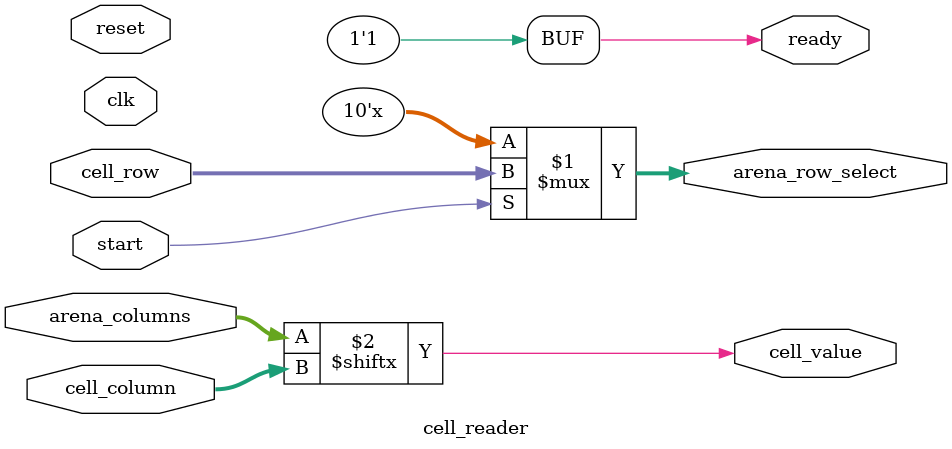
<source format=v>

module cell_reader #(
    parameter ARENA_WIDTH = 10,
    parameter ARENA_HEIGHT = 10
) (
    input clk,
    input reset,

    input start,
    output ready,

    input [9:0] cell_column,
    input [9:0] cell_row,
    output cell_value,

    output [9:0] arena_row_select,
    input [ARENA_WIDTH-1:0] arena_columns
);
    assign ready = 1'b1; // Read is always 1-cycle

    assign arena_row_select = start ? cell_row : {10{1'bx}};
    assign cell_value = arena_columns[cell_column]; // TODO do we want to flip bit order?

endmodule


</source>
